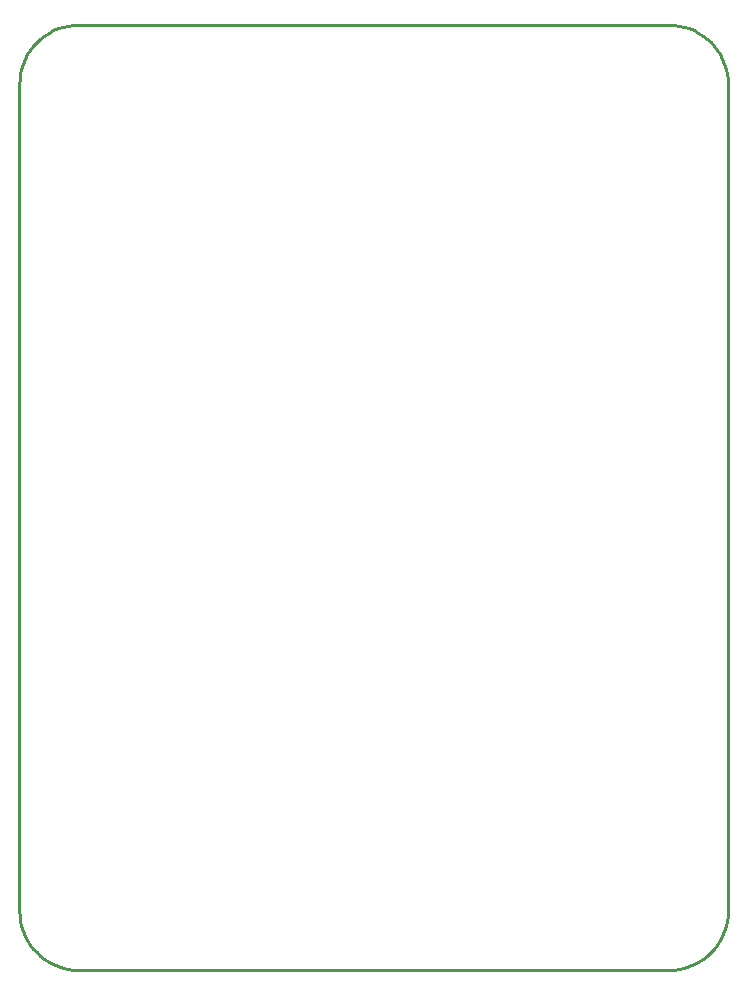
<source format=gbr>
G04 EAGLE Gerber RS-274X export*
G75*
%MOMM*%
%FSLAX34Y34*%
%LPD*%
%IN*%
%IPPOS*%
%AMOC8*
5,1,8,0,0,1.08239X$1,22.5*%
G01*
G04 Define Apertures*
%ADD10C,0.254000*%
D10*
X0Y50000D02*
X190Y45642D01*
X760Y41318D01*
X1704Y37059D01*
X3015Y32899D01*
X4685Y28869D01*
X6699Y25000D01*
X9042Y21321D01*
X11698Y17861D01*
X14645Y14645D01*
X17861Y11698D01*
X21321Y9042D01*
X25000Y6699D01*
X28869Y4685D01*
X32899Y3015D01*
X37059Y1704D01*
X41318Y760D01*
X45642Y190D01*
X50000Y0D01*
X550000Y0D01*
X554358Y190D01*
X558682Y760D01*
X562941Y1704D01*
X567101Y3015D01*
X571131Y4685D01*
X575000Y6699D01*
X578679Y9042D01*
X582139Y11698D01*
X585355Y14645D01*
X588302Y17861D01*
X590958Y21321D01*
X593301Y25000D01*
X595315Y28869D01*
X596985Y32899D01*
X598296Y37059D01*
X599240Y41318D01*
X599810Y45642D01*
X600000Y50000D01*
X600000Y750000D01*
X599810Y754358D01*
X599240Y758682D01*
X598296Y762941D01*
X596985Y767101D01*
X595315Y771131D01*
X593301Y775000D01*
X590958Y778679D01*
X588302Y782139D01*
X585355Y785355D01*
X582139Y788302D01*
X578679Y790958D01*
X575000Y793301D01*
X571131Y795315D01*
X567101Y796985D01*
X562941Y798296D01*
X558682Y799240D01*
X554358Y799810D01*
X550000Y800000D01*
X50000Y800000D01*
X45642Y799810D01*
X41318Y799240D01*
X37059Y798296D01*
X32899Y796985D01*
X28869Y795315D01*
X25000Y793301D01*
X21321Y790958D01*
X17861Y788302D01*
X14645Y785355D01*
X11698Y782139D01*
X9042Y778679D01*
X6699Y775000D01*
X4685Y771131D01*
X3015Y767101D01*
X1704Y762941D01*
X760Y758682D01*
X190Y754358D01*
X0Y750000D01*
X0Y50000D01*
M02*

</source>
